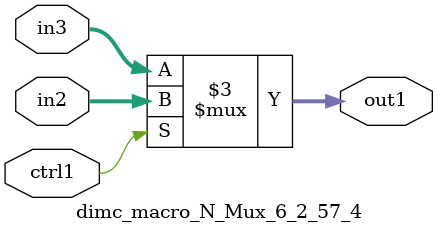
<source format=v>

`timescale 1ps / 1ps


module dimc_macro_N_Mux_6_2_57_4( in3, in2, ctrl1, out1 );

    input [5:0] in3;
    input [5:0] in2;
    input ctrl1;
    output [5:0] out1;
    reg [5:0] out1;

    
    // rtl_process:dimc_macro_N_Mux_6_2_57_4/dimc_macro_N_Mux_6_2_57_4_thread_1
    always @*
      begin : dimc_macro_N_Mux_6_2_57_4_thread_1
        case (ctrl1) 
          1'b1: 
            begin
              out1 = in2;
            end
          default: 
            begin
              out1 = in3;
            end
        endcase
      end

endmodule



</source>
